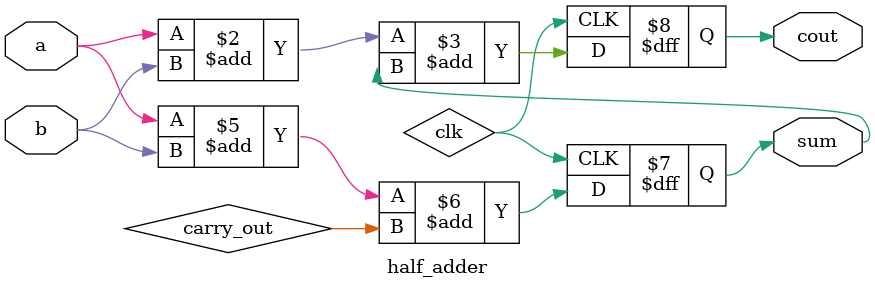
<source format=v>
module half_adder( 
input a, b,
output cout, sum );

// The half adder is a single input register.
// The output is a single input register.
// The sum is a single output register.
// The carry-out is a single output register.

always @(posedge clk)
  cout <= a + b + sum;

always @(posedge clk)
  sum <= a + b + carry_out;

endmodule

</source>
